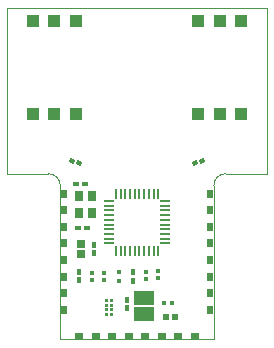
<source format=gtp>
G04*
G04 #@! TF.GenerationSoftware,Altium Limited,Altium NEXUS,5.8.2 (18)*
G04*
G04 Layer_Color=8421504*
%FSLAX25Y25*%
%MOIN*%
G70*
G04*
G04 #@! TF.SameCoordinates,96A2D957-15C9-49F1-B6A3-93ECAB74F1FA*
G04*
G04*
G04 #@! TF.FilePolarity,Positive*
G04*
G01*
G75*
%ADD14C,0.00394*%
%ADD15O,0.00787X0.03347*%
%ADD16O,0.03347X0.00787*%
%ADD17R,0.03150X0.03543*%
%ADD18R,0.01428X0.01428*%
%ADD19R,0.02473X0.02387*%
%ADD20R,0.02780X0.02867*%
%ADD21R,0.01588X0.01877*%
%ADD22R,0.01822X0.02182*%
G04:AMPARAMS|DCode=23|XSize=17.88mil|YSize=14.28mil|CornerRadius=0mil|HoleSize=0mil|Usage=FLASHONLY|Rotation=22.280|XOffset=0mil|YOffset=0mil|HoleType=Round|Shape=Rectangle|*
%AMROTATEDRECTD23*
4,1,4,-0.00556,-0.01000,-0.01098,0.00322,0.00556,0.01000,0.01098,-0.00322,-0.00556,-0.01000,0.0*
%
%ADD23ROTATEDRECTD23*%

%ADD24R,0.06717X0.04545*%
%ADD25R,0.01788X0.01428*%
%ADD26R,0.04331X0.04331*%
%ADD27R,0.02362X0.03150*%
G04:AMPARAMS|DCode=28|XSize=17.88mil|YSize=14.28mil|CornerRadius=0mil|HoleSize=0mil|Usage=FLASHONLY|Rotation=157.720|XOffset=0mil|YOffset=0mil|HoleType=Round|Shape=Rectangle|*
%AMROTATEDRECTD28*
4,1,4,0.01098,0.00322,0.00556,-0.01000,-0.01098,-0.00322,-0.00556,0.01000,0.01098,0.00322,0.0*
%
%ADD28ROTATEDRECTD28*%

%ADD29R,0.01428X0.01788*%
%ADD30R,0.02182X0.01822*%
%ADD31R,0.03150X0.02362*%
G36*
X-9846Y7681D02*
X-10437D01*
X-10476D01*
X-10548Y7711D01*
X-10603Y7766D01*
X-10633Y7838D01*
Y7878D01*
D01*
Y8468D01*
Y8507D01*
X-10603Y8580D01*
X-10548Y8635D01*
X-10476Y8665D01*
X-10437D01*
D01*
X-9846D01*
X-9807D01*
X-9735Y8635D01*
X-9679Y8580D01*
X-9649Y8507D01*
Y8468D01*
D01*
Y7878D01*
Y7838D01*
X-9679Y7766D01*
X-9735Y7711D01*
X-9807Y7681D01*
X-9846D01*
D01*
D02*
G37*
G36*
X-10437Y10240D02*
X-9846D01*
X-9807D01*
X-9735Y10210D01*
X-9679Y10154D01*
X-9649Y10082D01*
Y10043D01*
D01*
Y9452D01*
Y9413D01*
X-9679Y9341D01*
X-9735Y9285D01*
X-9807Y9256D01*
X-9846D01*
D01*
X-10437D01*
X-10476D01*
X-10548Y9285D01*
X-10603Y9341D01*
X-10633Y9413D01*
Y9452D01*
D01*
Y10043D01*
Y10082D01*
X-10603Y10154D01*
X-10548Y10210D01*
X-10476Y10240D01*
X-10437D01*
D01*
D02*
G37*
G36*
X-9059Y8468D02*
Y8507D01*
X-9029Y8580D01*
X-8973Y8635D01*
X-8901Y8665D01*
X-8862D01*
D01*
X-8271D01*
X-8232D01*
X-8160Y8635D01*
X-8104Y8580D01*
X-8074Y8507D01*
Y8468D01*
D01*
Y7878D01*
Y7838D01*
X-8104Y7766D01*
X-8160Y7711D01*
X-8232Y7681D01*
X-8271D01*
D01*
X-8862D01*
X-8901D01*
X-8973Y7711D01*
X-9029Y7766D01*
X-9059Y7838D01*
Y7878D01*
D01*
Y8468D01*
D02*
G37*
G36*
X-8271Y9256D02*
X-8862D01*
X-8901D01*
X-8973Y9285D01*
X-9029Y9341D01*
X-9059Y9413D01*
Y9452D01*
D01*
Y10043D01*
Y10082D01*
X-9029Y10154D01*
X-8973Y10210D01*
X-8901Y10240D01*
X-8862D01*
D01*
X-8271D01*
X-8232D01*
X-8160Y10210D01*
X-8104Y10154D01*
X-8074Y10082D01*
Y10043D01*
D01*
Y9452D01*
Y9413D01*
X-8104Y9341D01*
X-8160Y9285D01*
X-8232Y9256D01*
X-8271D01*
D01*
D02*
G37*
G36*
X-9846Y11814D02*
X-9807D01*
X-9735Y11785D01*
X-9679Y11729D01*
X-9649Y11657D01*
Y11618D01*
D01*
Y11027D01*
Y10988D01*
X-9679Y10916D01*
X-9735Y10860D01*
X-9807Y10830D01*
X-9846D01*
D01*
X-10437D01*
X-10476D01*
X-10548Y10860D01*
X-10603Y10916D01*
X-10633Y10988D01*
Y11027D01*
D01*
Y11618D01*
Y11657D01*
X-10603Y11729D01*
X-10548Y11785D01*
X-10476Y11814D01*
X-10437D01*
D01*
X-9846D01*
D02*
G37*
G36*
X-9649Y13193D02*
Y12602D01*
Y12563D01*
X-9679Y12490D01*
X-9735Y12435D01*
X-9807Y12405D01*
X-9846D01*
D01*
X-10437D01*
X-10476D01*
X-10548Y12435D01*
X-10603Y12490D01*
X-10633Y12563D01*
Y12602D01*
D01*
Y13193D01*
Y13232D01*
X-10603Y13304D01*
X-10548Y13359D01*
X-10476Y13389D01*
X-10437D01*
D01*
X-9846D01*
X-9807D01*
X-9735Y13359D01*
X-9679Y13304D01*
X-9649Y13232D01*
Y13193D01*
D01*
D02*
G37*
G36*
X-8862Y11814D02*
X-8271D01*
X-8232D01*
X-8160Y11785D01*
X-8104Y11729D01*
X-8074Y11657D01*
Y11618D01*
D01*
Y11027D01*
Y10988D01*
X-8104Y10916D01*
X-8160Y10860D01*
X-8232Y10830D01*
X-8271D01*
D01*
X-8862D01*
X-8901D01*
X-8973Y10860D01*
X-9029Y10916D01*
X-9059Y10988D01*
Y11027D01*
D01*
Y11618D01*
Y11657D01*
X-9029Y11729D01*
X-8973Y11785D01*
X-8901Y11814D01*
X-8862D01*
D01*
D02*
G37*
G36*
X-8074Y13193D02*
Y12602D01*
Y12563D01*
X-8104Y12490D01*
X-8160Y12435D01*
X-8232Y12405D01*
X-8271D01*
D01*
X-8862D01*
X-8901D01*
X-8973Y12435D01*
X-9029Y12490D01*
X-9059Y12563D01*
Y12602D01*
D01*
Y13193D01*
Y13232D01*
X-9029Y13304D01*
X-8973Y13359D01*
X-8901Y13389D01*
X-8862D01*
D01*
X-8271D01*
X-8232D01*
X-8160Y13359D01*
X-8104Y13304D01*
X-8074Y13232D01*
Y13193D01*
D01*
D02*
G37*
D14*
X-25591Y51181D02*
G03*
X-29528Y55118I-3937J0D01*
G01*
X29528D02*
G03*
X25591Y51181I0J-3937D01*
G01*
X6281Y110236D02*
X13171D01*
X-6383D02*
X-872D01*
X-43307Y55118D02*
Y110236D01*
Y55118D02*
X-29528D01*
X-43307Y110236D02*
X43307D01*
Y55118D02*
Y110236D01*
X29528Y55118D02*
X43307D01*
X-25591Y0D02*
Y51181D01*
Y0D02*
X25591D01*
Y51181D01*
D15*
X7087Y29528D02*
D03*
X5512D02*
D03*
X3937D02*
D03*
X2362D02*
D03*
X787D02*
D03*
X-787D02*
D03*
X-2362D02*
D03*
X-3937D02*
D03*
X-5512D02*
D03*
X-7087D02*
D03*
Y48425D02*
D03*
X-5512D02*
D03*
X-3937D02*
D03*
X-2362D02*
D03*
X-787D02*
D03*
X787D02*
D03*
X2362D02*
D03*
X3937D02*
D03*
X5512D02*
D03*
X7087D02*
D03*
D16*
X-9449Y31890D02*
D03*
Y33465D02*
D03*
Y35039D02*
D03*
Y36614D02*
D03*
Y38189D02*
D03*
Y39764D02*
D03*
Y41339D02*
D03*
Y42913D02*
D03*
Y44488D02*
D03*
Y46063D02*
D03*
X9449D02*
D03*
Y44488D02*
D03*
Y42913D02*
D03*
Y41339D02*
D03*
Y39764D02*
D03*
Y38189D02*
D03*
Y36614D02*
D03*
Y35039D02*
D03*
Y33465D02*
D03*
Y31890D02*
D03*
D17*
X-19488Y47638D02*
D03*
X-15157D02*
D03*
Y42126D02*
D03*
X-19488D02*
D03*
D18*
X-5906Y22244D02*
D03*
Y19488D02*
D03*
D19*
X12607Y7385D02*
D03*
X9544D02*
D03*
D20*
X-18727Y28267D02*
D03*
Y31724D02*
D03*
D21*
X-3448Y10482D02*
D03*
Y12950D02*
D03*
D22*
X-14269Y28634D02*
D03*
Y31424D02*
D03*
X-19488Y19595D02*
D03*
Y22385D02*
D03*
X-1509Y19471D02*
D03*
Y22261D02*
D03*
D23*
X19481Y58617D02*
D03*
X21698Y59525D02*
D03*
D24*
X2457Y13685D02*
D03*
Y8363D02*
D03*
D25*
X9150Y12110D02*
D03*
X11546D02*
D03*
D26*
X20472Y75000D02*
D03*
X27559D02*
D03*
X34646D02*
D03*
Y106102D02*
D03*
X27559D02*
D03*
X20472D02*
D03*
X-34646Y75000D02*
D03*
X-27559D02*
D03*
X-20472D02*
D03*
Y106102D02*
D03*
X-27559D02*
D03*
X-34646D02*
D03*
D27*
X24409Y48425D02*
D03*
Y42913D02*
D03*
Y37402D02*
D03*
Y31890D02*
D03*
Y26378D02*
D03*
Y20866D02*
D03*
Y15354D02*
D03*
Y9843D02*
D03*
X-24409Y9843D02*
D03*
Y15354D02*
D03*
Y20866D02*
D03*
Y26378D02*
D03*
Y31890D02*
D03*
Y37402D02*
D03*
Y42913D02*
D03*
Y48425D02*
D03*
D28*
X-19482Y58617D02*
D03*
X-21699Y59525D02*
D03*
D29*
X2973Y20133D02*
D03*
Y22529D02*
D03*
X7087Y22852D02*
D03*
Y20456D02*
D03*
X-15157Y22064D02*
D03*
Y19668D02*
D03*
X-10892D02*
D03*
Y22064D02*
D03*
D30*
X-16789Y37201D02*
D03*
X-19579D02*
D03*
X-20293Y51575D02*
D03*
X-17503D02*
D03*
D31*
X-19291Y1181D02*
D03*
X-13780D02*
D03*
X-8268D02*
D03*
X-2756D02*
D03*
X2756D02*
D03*
X8268D02*
D03*
X13780D02*
D03*
X19291D02*
D03*
M02*

</source>
